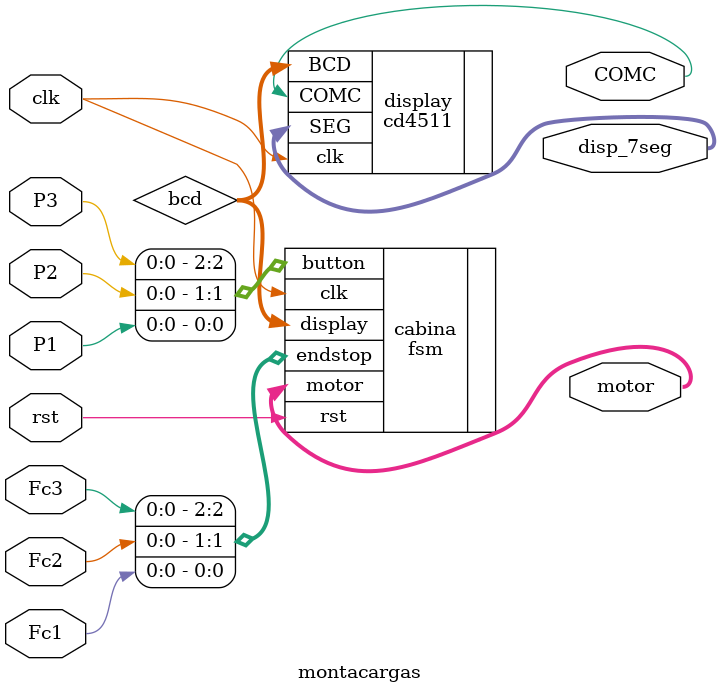
<source format=v>
`timescale 1ns / 1ps
module montacargas(
  input P1, P2, P3, Fc1, Fc2, Fc3, clk, rst,
  output [1:0] motor,
  output [6:0] disp_7seg,
  output COMC
  );
  
  wire [3:0] bcd;
  
  fsm cabina(
    .button({P3,P2,P1}),
    .endstop({Fc3,Fc2,Fc1}),
    .clk(clk),
    .rst(rst),
    .display(bcd),
    .motor(motor)
  );
  
  cd4511 display(
    .BCD(bcd),
    .clk(clk),
    .COMC(COMC),
    .SEG(disp_7seg)
  );


endmodule

</source>
